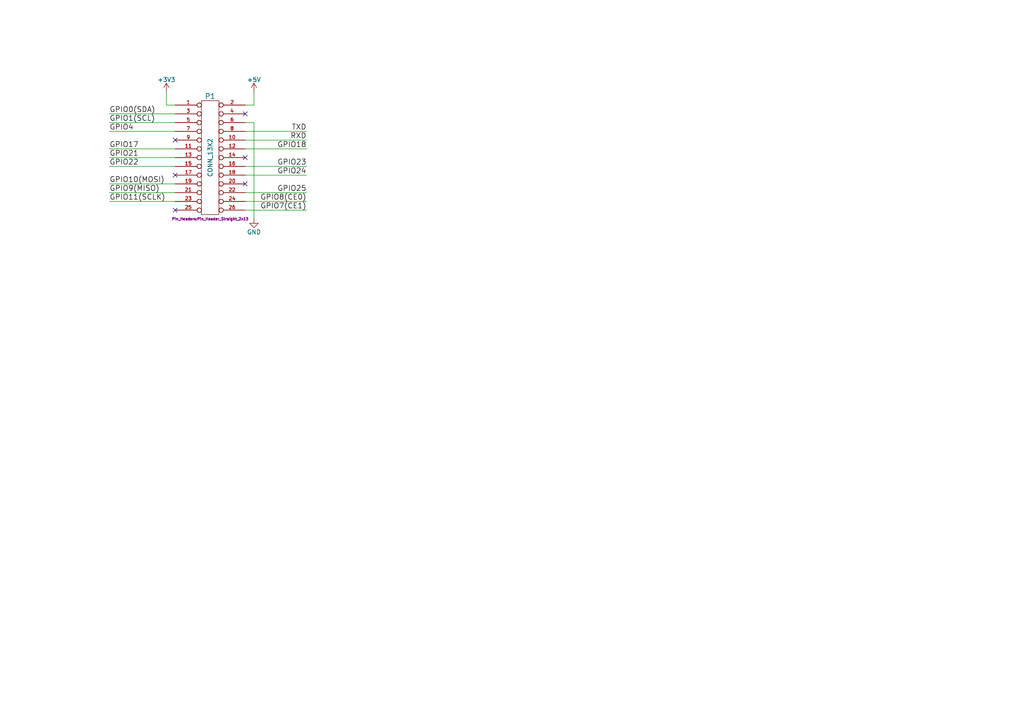
<source format=kicad_sch>
(kicad_sch (version 20230121) (generator eeschema)
  (paper "A4")
  (title_block (date "15 nov 2012"))
  (lib_symbols
    (symbol "raspberrypi-gpio-rescue:+3.3V" (power) (pin_names (offset 0))
      (property "Value" "+3.3V" (at 0 3.556 0))
      (symbol "+3.3V_0_1"
        (polyline (pts (xy -0.762 1.27) (xy 0 2.54)))
        (polyline (pts (xy 0 0) (xy 0 2.54)))
        (polyline (pts (xy 0 2.54) (xy 0.762 1.27)))
      )
      (symbol "+3.3V_1_1"
        (pin power_in line (at 0 0 90) (length 0) hide (name "+3V3") (number "1"))
      )
    )
    (symbol "raspberrypi-gpio-rescue:+5V" (power) (pin_names (offset 0))
      (property "Value" "+5V" (at 0 3.556 0))
      (symbol "+5V_0_1"
        (polyline (pts (xy -0.762 1.27) (xy 0 2.54)))
        (polyline (pts (xy 0 0) (xy 0 2.54)))
        (polyline (pts (xy 0 2.54) (xy 0.762 1.27)))
      )
      (symbol "+5V_1_1"
        (pin power_in line (at 0 0 90) (length 0) hide (name "+5V") (number "1"))
      )
    )
    (symbol "raspberrypi-gpio-rescue:CONN_13X2" (pin_names (offset 0.254) hide)
      (property "Reference" "P" (at 0 17.78 0))
      (property "Value" "CONN_13X2" (at 0 0 90))
      (symbol "CONN_13X2_0_1"
        (rectangle (start -2.54 16.51) (end 2.54 -16.51))
      )
      (symbol "CONN_13X2_1_1"
        (pin passive inverted (at -10.16 15.24 0) (length 7.62) (name "P1") (number "1"))
        (pin passive inverted (at 10.16 5.08 180) (length 7.62) (name "P10") (number "10"))
        (pin passive inverted (at -10.16 2.54 0) (length 7.62) (name "P11") (number "11"))
        (pin passive inverted (at 10.16 2.54 180) (length 7.62) (name "P12") (number "12"))
        (pin passive inverted (at -10.16 0 0) (length 7.62) (name "P13") (number "13"))
        (pin passive inverted (at 10.16 0 180) (length 7.62) (name "P14") (number "14"))
        (pin passive inverted (at -10.16 -2.54 0) (length 7.62) (name "P15") (number "15"))
        (pin passive inverted (at 10.16 -2.54 180) (length 7.62) (name "P16") (number "16"))
        (pin passive inverted (at -10.16 -5.08 0) (length 7.62) (name "P17") (number "17"))
        (pin passive inverted (at 10.16 -5.08 180) (length 7.62) (name "P18") (number "18"))
        (pin passive inverted (at -10.16 -7.62 0) (length 7.62) (name "P19") (number "19"))
        (pin passive inverted (at 10.16 15.24 180) (length 7.62) (name "P2") (number "2"))
        (pin passive inverted (at 10.16 -7.62 180) (length 7.62) (name "P20") (number "20"))
        (pin passive inverted (at -10.16 -10.16 0) (length 7.62) (name "P21") (number "21"))
        (pin passive inverted (at 10.16 -10.16 180) (length 7.62) (name "P22") (number "22"))
        (pin passive inverted (at -10.16 -12.7 0) (length 7.62) (name "P23") (number "23"))
        (pin passive inverted (at 10.16 -12.7 180) (length 7.62) (name "P20") (number "24"))
        (pin passive inverted (at -10.16 -15.24 0) (length 7.62) (name "P24") (number "25"))
        (pin passive inverted (at 10.16 -15.24 180) (length 7.62) (name "P22") (number "26"))
        (pin passive inverted (at -10.16 12.7 0) (length 7.62) (name "P3") (number "3"))
        (pin passive inverted (at 10.16 12.7 180) (length 7.62) (name "P4") (number "4"))
        (pin passive inverted (at -10.16 10.16 0) (length 7.62) (name "P5") (number "5"))
        (pin passive inverted (at 10.16 10.16 180) (length 7.62) (name "P6") (number "6"))
        (pin passive inverted (at -10.16 7.62 0) (length 7.62) (name "P7") (number "7"))
        (pin passive inverted (at 10.16 7.62 180) (length 7.62) (name "P8") (number "8"))
        (pin passive inverted (at -10.16 5.08 0) (length 7.62) (name "P9") (number "9"))
      )
    )
    (symbol "raspberrypi-gpio-rescue:GND" (power) (pin_names (offset 0))
      (property "Value" "GND" (at 0 -3.81 0))
      (symbol "GND_0_1"
        (polyline (pts (xy 0 0) (xy 0 -1.27) (xy 1.27 -1.27) (xy 0 -2.54) (xy -1.27 -1.27) (xy 0 -1.27)))
      )
      (symbol "GND_1_1"
        (pin power_in line (at 0 0 270) (length 0) hide (name "GND") (number "1"))
      )
    )
  )
  (no_connect (at 50.8 60.96))
  (no_connect (at 50.8 50.8))
  (no_connect (at 71.12 53.34))
  (no_connect (at 50.8 40.64))
  (no_connect (at 71.12 45.72))
  (no_connect (at 71.12 33.02))
  (wire (pts (xy 50.8 55.88) (xy 31.75 55.88)))
  (wire (pts (xy 71.12 40.64) (xy 88.9 40.64)))
  (wire (pts (xy 73.66 63.5) (xy 73.66 35.56)))
  (wire (pts (xy 73.66 35.56) (xy 71.12 35.56)))
  (wire (pts (xy 71.12 48.26) (xy 88.9 48.26)))
  (wire (pts (xy 73.66 26.67) (xy 73.66 30.48)))
  (wire (pts (xy 71.12 43.18) (xy 88.9 43.18)))
  (wire (pts (xy 71.12 58.42) (xy 88.9 58.42)))
  (wire (pts (xy 73.66 30.48) (xy 71.12 30.48)))
  (wire (pts (xy 48.26 30.48) (xy 50.8 30.48)))
  (wire (pts (xy 71.12 60.96) (xy 88.9 60.96)))
  (wire (pts (xy 71.12 38.1) (xy 88.9 38.1)))
  (wire (pts (xy 71.12 50.8) (xy 88.9 50.8)))
  (wire (pts (xy 50.8 43.18) (xy 31.75 43.18)))
  (wire (pts (xy 50.8 48.26) (xy 31.75 48.26)))
  (wire (pts (xy 71.12 55.88) (xy 88.9 55.88)))
  (wire (pts (xy 50.8 58.42) (xy 31.75 58.42)))
  (wire (pts (xy 50.8 45.72) (xy 31.75 45.72)))
  (wire (pts (xy 50.8 35.56) (xy 31.75 35.56)))
  (wire (pts (xy 48.26 26.67) (xy 48.26 30.48)))
  (wire (pts (xy 50.8 53.34) (xy 31.75 53.34)))
  (wire (pts (xy 50.8 33.02) (xy 31.75 33.02)))
  (wire (pts (xy 50.8 38.1) (xy 31.75 38.1)))
  (label "TXD" (at 88.9 38.1 180) (effects (font (size 1.524 1.524))))
  (label "GPIO4" (at 31.75 38.1 0) (effects (font (size 1.524 1.524))))
  (label "GPIO22" (at 31.75 48.26 0) (effects (font (size 1.524 1.524))))
  (label "GPIO1(SCL)" (at 31.75 35.56 0) (effects (font (size 1.524 1.524))))
  (label "GPIO24" (at 88.9 50.8 180) (effects (font (size 1.524 1.524))))
  (label "GPIO8(CE0)" (at 88.9 58.42 180) (effects (font (size 1.524 1.524))))
  (label "RXD" (at 88.9 40.64 180) (effects (font (size 1.524 1.524))))
  (label "GPIO7(CE1)" (at 88.9 60.96 180) (effects (font (size 1.524 1.524))))
  (label "GPIO10(MOSI)" (at 31.75 53.34 0) (effects (font (size 1.524 1.524))))
  (label "GPIO21" (at 31.75 45.72 0) (effects (font (size 1.524 1.524))))
  (label "GPIO17" (at 31.75 43.18 0) (effects (font (size 1.524 1.524))))
  (label "GPIO11(SCLK)" (at 31.75 58.42 0) (effects (font (size 1.524 1.524))))
  (label "GPIO18" (at 88.9 43.18 180) (effects (font (size 1.524 1.524))))
  (label "GPIO9(MISO)" (at 31.75 55.88 0) (effects (font (size 1.524 1.524))))
  (label "GPIO23" (at 88.9 48.26 180) (effects (font (size 1.524 1.524))))
  (label "GPIO0(SDA)" (at 31.75 33.02 0) (effects (font (size 1.524 1.524))))
  (label "GPIO25" (at 88.9 55.88 180) (effects (font (size 1.524 1.524))))
  (symbol (lib_id "raspberrypi-gpio-rescue:CONN_13X2") (at 60.96 45.72 0) (unit 1)
    (property "Reference" "P1" (at 60.96 27.94 0) (effects (font (size 1.524 1.524))))
    (property "Value" "CONN_13X2" (at 60.96 45.72 90))
    (property "Footprint" "Pin_Headers:Pin_Header_Straight_2x13" (at 60.96 63.5 0) (effects (font (size 0.762 0.762))))
  )
  (symbol (lib_id "raspberrypi-gpio-rescue:+3.3V") (at 48.26 26.67 0) (unit 1)
    (property "Reference" "#PWR01" (effects hide))
    (property "Value" "+3.3V" (at 48.26 23.114 0))
  )
  (symbol (lib_id "raspberrypi-gpio-rescue:+5V") (at 73.66 26.67 0) (unit 1)
    (property "Reference" "#PWR02" (effects hide))
    (property "Value" "+5V" (at 73.66 23.114 0))
  )
  (symbol (lib_id "raspberrypi-gpio-rescue:GND") (at 73.66 63.5 0) (unit 1)
    (property "Reference" "#PWR03" (effects hide))
    (property "Value" "GND" (at 73.66 67.31 0))
  )
)
</source>
